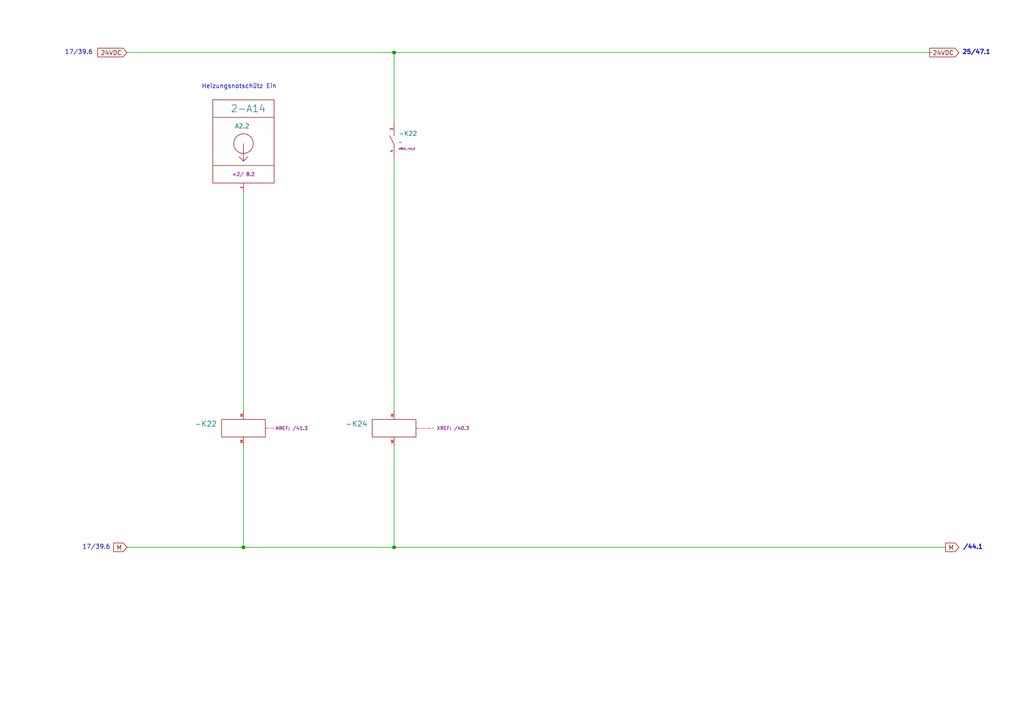
<source format=kicad_sch>
(kicad_sch (version 20250114) (generator "eeschema") (generator_version "9.0")
  (paper "A4")
  (title_block (comment 4 "20"))
  (lib_symbols
    (symbol "standart:PLC_OUT_(A)" (on_board no)
      (property "Reference" "-A" (at -6.35 10.16 0))
      (property "Target" "=Gruppe/ Seite.Pfad" (at 0 -8.89 0))
      (symbol "PLC_OUT_(A)_0_1"
        (rectangle (start -8.89 12.7) (end 8.89 -11.43))
        (polyline (pts (xy -8.89 7.62) (xy 8.89 7.62)))
        (polyline (pts (xy -8.89 -6.35) (xy 8.89 -6.35)))
        (polyline (pts (xy 0 0) (xy 0 -5.08) (xy 1.27 -3.81) (xy 0 -5.08) (xy -1.27 -3.81)))
        (circle (center 0 0) (radius 2.8398))
      )
      (symbol "PLC_OUT_(A)_1_1"
        (pin output line (at 0 -13.97 90) (length 2.54) (name "") (number "1"))
      )
    )
    (symbol "standart:Relais_(K)_A1-A2" (pin_names (hide yes))
      (property "Reference" "-K" (at -4.572 5.842 0))
      (symbol "Relais_(K)_A1-A2_0_1"
        (rectangle (start -6.35 2.54) (end 6.35 -2.54))
      )
      (symbol "Relais_(K)_A1-A2_1_1"
        (polyline (pts (xy 6.35 0) (xy 11.43 0)) (stroke (width 0.1016) (type dash)))
        (pin passive line (at 0 5.08 270) (length 2.54) (name "") (number "A1"))
        (pin passive line (at 0 -5.08 90) (length 2.54) (name "") (number "A2"))
      )
    )
    (symbol "standart:Relais_(K)_NO" (pin_numbers (hide yes)) (pin_names (offset 0))
      (property "Reference" "-K" (at -4.318 4.318 0))
      (symbol "Relais_(K)_NO_0_1"
        (polyline (pts (xy 0 1.27) (xy 0 1.27)))
        (polyline (pts (xy 0 -1.27) (xy -1.27 1.27)))
      )
      (symbol "Relais_(K)_NO_1_1"
        (pin passive line (at 0 5.08 270) (length 3.81) (name "3") (number "3"))
        (pin passive line (at 0 -5.08 90) (length 3.81) (name "4") (number "4"))
      )
    )
  )
  (text "Heizungsnotschütz Ein" (at 69.342 25.146 0) (effects (font (size 1.27 1.27))))
  (text "17/39.6" (at 22.86 15.24 0) (effects (font (size 1.27 1.27))))
  (text "/44.1" (at 282.194 158.75 0) (effects (font (size 1.27 1.27) (thickness 0.254) (bold yes))))
  (text "25/47.1" (at 283.21 15.24 0) (effects (font (size 1.27 1.27) (thickness 0.254) (bold yes))))
  (text "17/39.6" (at 27.94 158.75 0) (effects (font (size 1.27 1.27))))
  (junction (at 114.3 15.24))
  (junction (at 70.612 158.75))
  (junction (at 114.3 158.75))
  (wire (pts (xy 114.3 15.24) (xy 270.51 15.24)))
  (wire (pts (xy 114.3 129.286) (xy 114.3 158.75)))
  (wire (pts (xy 70.612 129.286) (xy 70.612 158.75)))
  (wire (pts (xy 114.3 15.24) (xy 114.3 35.56)))
  (wire (pts (xy 70.612 55.626) (xy 70.612 119.126)))
  (wire (pts (xy 36.83 158.75) (xy 70.612 158.75)))
  (wire (pts (xy 114.3 158.75) (xy 274.32 158.75)))
  (wire (pts (xy 36.83 15.24) (xy 114.3 15.24)))
  (wire (pts (xy 114.3 45.72) (xy 114.3 119.126)))
  (wire (pts (xy 70.612 158.75) (xy 114.3 158.75)))
  (global_label "M" (shape input) (at 36.83 158.75 180) (property "Intersheetrefs" "${INTERSHEET_REFS}" (effects (hide yes))))
  (global_label "M" (shape input) (at 278.13 158.75 180) (property "Intersheetrefs" "${INTERSHEET_REFS}" (effects (hide yes))))
  (global_label "24VDC" (shape input) (at 278.13 15.24 180) (property "Intersheetrefs" "${INTERSHEET_REFS}" (effects (hide yes))))
  (global_label "24VDC" (shape input) (at 36.83 15.24 180) (property "Intersheetrefs" "${INTERSHEET_REFS}" (effects (hide yes))))
  (symbol (lib_id "standart:Relais_(K)_A1-A2") (at 114.3 124.206 0) (unit 1)
    (property "Reference" "-K24" (at 106.68 122.9359 0) (effects (font (size 1.524 1.524)) (justify right)))
    (property "XREF" "/40.3" (at 136.144 124.206 0) (show_name yes) (effects (font (size 1 1)) (justify right)))
  )
  (symbol (lib_id "standart:Relais_(K)_NO") (at 114.3 40.64 0) (unit 1)
    (property "Reference" "-K22" (at 115.57 38.7349 0) (effects (justify left)))
    (property "Value" "~" (at 115.57 41.2749 0) (effects (justify left)))
    (property "XREF" "/41.2" (at 115.57 43.18 0) (show_name yes) (effects (font (size 0.508 0.508)) (justify left)))
  )
  (symbol (lib_id "standart:Relais_(K)_A1-A2") (at 70.612 124.206 0) (unit 1)
    (property "Reference" "-K22" (at 62.992 122.9359 0) (effects (font (size 1.524 1.524)) (justify right)))
    (property "XREF" "/41.3" (at 84.582 124.206 0) (show_name yes) (effects (font (size 1 1))))
  )
  (symbol (lib_id "standart:PLC_OUT_(A)") (at 70.612 41.656 0) (unit 1) (on_board no)
    (property "Reference" "2-A14" (at 66.802 31.496 0) (effects (font (size 2.032 2.032)) (justify left)))
    (property "Value" "A2.2" (at 68.072 36.576 0) (effects (justify left)))
    (property "Target" "=2/ 8.2" (at 70.612 50.546 0) (effects (font (size 1.016 1.016))))
  )
)
</source>
